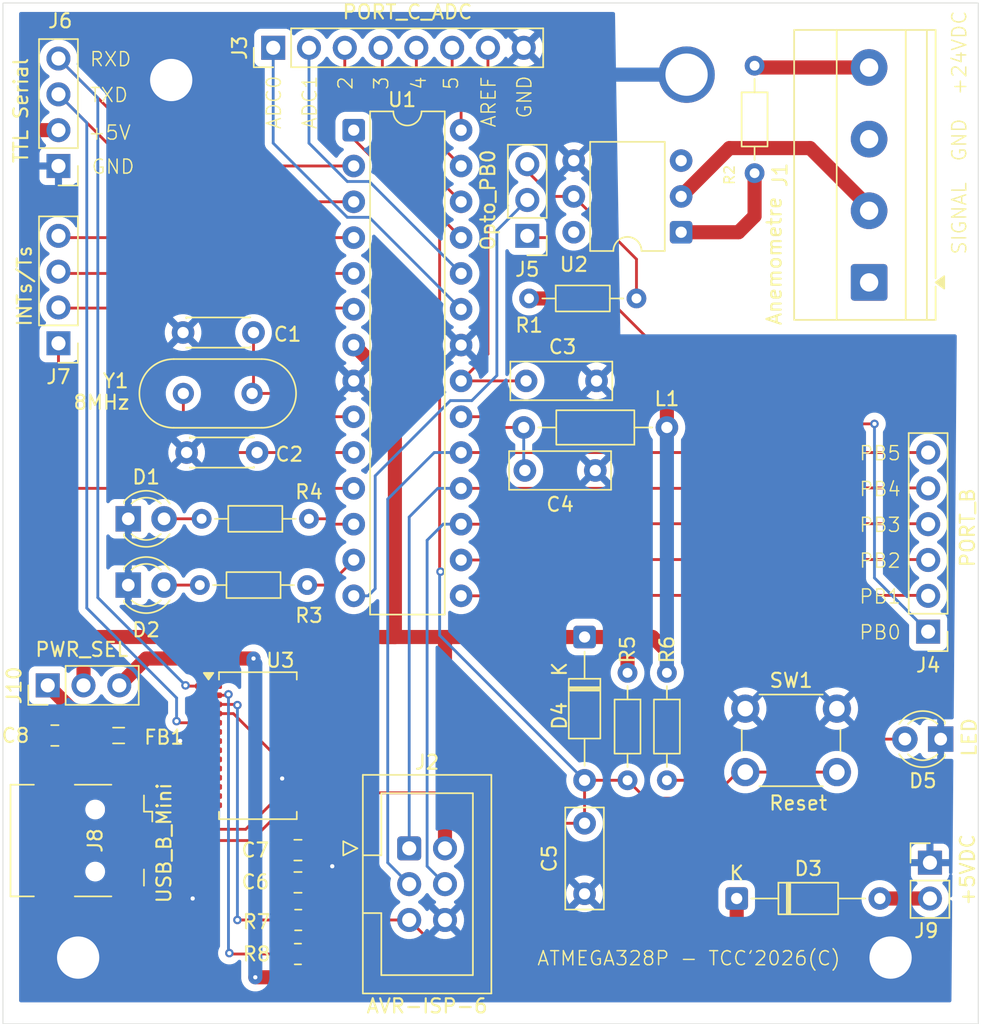
<source format=kicad_pcb>
(kicad_pcb (version 20241229) (generator "pcbnew") (generator_version "9.0")
  (layers (0 "F.Cu" signal) (2 "B.Cu" signal) (13 "F.Paste" user) (15 "B.Paste" user) (5 "F.SilkS" user "F.Silkscreen") (7 "B.SilkS" user "B.Silkscreen") (1 "F.Mask" user) (3 "B.Mask" user) (25 "Edge.Cuts" user))
  (net 0 "")
  (net 1 "GND")
  (net 2 "/AREF")
  (net 3 "Net-(U1-AVCC)")
  (net 4 "/RESET")
  (net 5 "Net-(D1-A)")
  (net 6 "Net-(D2-A)")
  (net 7 "+5V")
  (net 8 "GND1")
  (net 9 "Net-(J1-Pin_2)")
  (net 11 "+24V")
  (net 12 "/MISO")
  (net 13 "/MOSI")
  (net 14 "/SCK")
  (net 15 "/ADC1")
  (net 16 "/ADC2")
  (net 17 "/ADC0")
  (net 18 "/ADC4")
  (net 19 "/ADC5")
  (net 20 "/ADC3")
  (net 21 "Net-(J4-Pin_2)")
  (net 22 "Net-(J4-Pin_3)")
  (net 23 "Net-(J4-Pin_1)")
  (net 24 "Net-(J5-Pin_3)")
  (net 25 "Net-(J5-Pin_2)")
  (net 26 "/TXD")
  (net 27 "/RXD")
  (net 28 "Net-(R2-Pad2)")
  (net 29 "Net-(U1-PD7)")
  (net 30 "Net-(U1-PD6)")
  (net 31 "Net-(U1-XTAL1{slash}PB6)")
  (net 32 "/INT1")
  (net 33 "Net-(U1-XTAL2{slash}PB7)")
  (net 34 "/INT0")
  (net 35 "/T1")
  (net 36 "/T0")
  (net 39 "Net-(D3-A)")
  (net 40 "Net-(U3-3V3OUT)")
  (net 41 "/USBVCC")
  (net 42 "Net-(D3-K)")
  (net 43 "Net-(D5-A)")
  (net 44 "Net-(J8-VBUS)")
  (net 45 "/USBD-")
  (net 46 "/USBD+")
  (net 58 "Net-(U3-RTS)")
  (net 59 "Net-(U3-DTR)")
  (footprint "Resistor_THT:R_Axial_DIN0204_L3.6mm_D1.6mm_P7.62mm_Horizontal" (layer "F.Cu") (at 116.459 70.358 -90)
    (property "Reference" "R5")
    (property "Value" "1K")
  )
  (footprint "Capacitor_SMD:C_0805_2012Metric_Pad1.18x1.45mm_HandSolder" (layer "F.Cu") (at 75.819 74.803 180)
    (property "Reference" "C8")
    (property "Value" "100nF")
  )
  (footprint "Diode_THT:D_DO-35_SOD27_P10.16mm_Horizontal" (layer "F.Cu") (at 113.411 67.818 -90)
    (property "Reference" "D4")
    (property "Value" "P6KE6.8A")
  )
  (footprint "Connector_PinHeader_2.54mm:PinHeader_1x03_P2.54mm_Vertical" (layer "F.Cu") (at 75.311 71.247 90)
    (property "Reference" "J10")
    (property "Value" "PWR_SEL")
  )
  (footprint "Connector_PinHeader_2.54mm:PinHeader_1x08_P2.54mm_Vertical" (layer "F.Cu") (at 91.313 26.035 90)
    (property "Reference" "J3")
    (property "Value" "PORT_C_ADC")
  )
  (footprint "Connector_PinHeader_2.54mm:PinHeader_1x06_P2.54mm_Vertical" (layer "F.Cu") (at 137.795 67.437 180)
    (property "Reference" "J4")
    (property "Value" "PORT_B")
  )
  (footprint "Connector_PinHeader_2.54mm:PinHeader_1x03_P2.54mm_Vertical" (layer "F.Cu") (at 109.347 39.37 180)
    (property "Reference" "J5")
    (property "Value" "Opto_PB0")
  )
  (footprint "Capacitor_THT:C_Disc_D7.0mm_W2.5mm_P5.00mm" (layer "F.Cu") (at 113.411 86.026 90)
    (property "Reference" "C5")
    (property "Value" "100nF")
  )
  (footprint "Resistor_THT:R_Axial_DIN0204_L3.6mm_D1.6mm_P7.62mm_Horizontal" (layer "F.Cu") (at 93.853 59.436 180)
    (property "Reference" "R4")
    (property "Value" "1K")
  )
  (footprint "Package_SO:SSOP-28_5.3x10.2mm_P0.65mm" (layer "F.Cu") (at 90.226 75.524)
    (property "Reference" "U3")
    (property "Value" "FT232RL")
  )
  (footprint "Connector_USB:USB_Mini-B_Wuerth_65100516121_Horizontal" (layer "F.Cu") (at 78.68 82.251 -90)
    (property "Reference" "J8")
    (property "Value" "USB_B_Mini")
  )
  (footprint "Crystal:Crystal_HC49-U_Vertical" (layer "F.Cu") (at 89.816 50.546 180)
    (property "Reference" "Y1")
    (property "Value" "8MHz")
  )
  (footprint "TerminalBlock_Phoenix:TerminalBlock_Phoenix_MKDS-1,5-4-5.08_1x04_P5.08mm_Horizontal" (layer "F.Cu") (at 133.604 42.672 90)
    (property "Reference" "J1")
    (property "Value" "Anemometre")
  )
  (footprint "Capacitor_THT:C_Disc_D7.0mm_W2.5mm_P5.00mm" (layer "F.Cu") (at 109.173 56.007)
    (property "Reference" "C4")
    (property "Value" "100nF")
  )
  (footprint "Capacitor_THT:C_Disc_D4.3mm_W1.9mm_P5.00mm" (layer "F.Cu") (at 89.916 46.228 180)
    (property "Reference" "C1")
    (property "Value" "33pF")
  )
  (footprint "Resistor_THT:R_Axial_DIN0204_L3.6mm_D1.6mm_P7.62mm_Horizontal" (layer "F.Cu") (at 93.726 64.135 180)
    (property "Reference" "R3")
    (property "Value" "1K")
  )
  (footprint "LED_THT:LED_D3.0mm" (layer "F.Cu") (at 81.026 59.436)
    (property "Reference" "D1")
    (property "Value" "LED")
  )
  (footprint "Capacitor_SMD:C_0805_2012Metric_Pad1.18x1.45mm_HandSolder" (layer "F.Cu") (at 93.0695 82.931 180)
    (property "Reference" "C7")
    (property "Value" "100nF")
  )
  (footprint "Resistor_THT:R_Axial_DIN0204_L3.6mm_D1.6mm_P7.62mm_Horizontal" (layer "F.Cu") (at 109.474 43.81)
    (property "Reference" "R1")
    (property "Value" "10K")
  )
  (footprint "Resistor_THT:R_Axial_DIN0204_L3.6mm_D1.6mm_P7.62mm_Horizontal" (layer "F.Cu") (at 125.476 27.305 -90)
    (property "Reference" "R2" (hide yes))
    (property "Value" "4.7K")
  )
  (footprint "Capacitor_THT:C_Disc_D4.3mm_W1.9mm_P5.00mm" (layer "F.Cu") (at 90.17 54.737 180)
    (property "Reference" "C2")
    (property "Value" "33pF")
  )
  (footprint "LED_THT:LED_D3.0mm" (layer "F.Cu") (at 138.684 75.057 180)
    (property "Reference" "D5")
    (property "Value" "LED")
  )
  (footprint "Capacitor_THT:C_Disc_D7.0mm_W2.5mm_P5.00mm" (layer "F.Cu") (at 114.26 49.657 180)
    (property "Reference" "C3")
    (property "Value" "100nF")
  )
  (footprint "Connector_PinHeader_2.54mm:PinHeader_1x04_P2.54mm_Vertical" (layer "F.Cu") (at 76.073 46.99 180)
    (property "Reference" "J7")
    (property "Value" "INTs/Ts")
  )
  (footprint "Diode_THT:D_DO-35_SOD27_P10.16mm_Horizontal" (layer "F.Cu") (at 124.206 86.36)
    (property "Reference" "D3")
    (property "Value" "1N5819")
  )
  (footprint "Connector_IDC:IDC-Header_2x03_P2.54mm_Vertical" (layer "F.Cu") (at 100.965 82.804)
    (property "Reference" "J2")
    (property "Value" "AVR-ISP-6")
  )
  (footprint "Package_DIP:DIP-28_W7.62mm" (layer "F.Cu") (at 97.028 31.877)
    (property "Reference" "U1")
    (property "Value" "ATmega328P-P")
  )
  (footprint "Button_Switch_THT:SW_PUSH_6mm_H5mm" (layer "F.Cu") (at 124.818 72.898)
    (property "Reference" "SW1")
    (property "Value" "Reset")
  )
  (footprint "Resistor_SMD:R_0805_2012Metric_Pad1.20x1.40mm_HandSolder" (layer "F.Cu") (at 93.066 90.297)
    (property "Reference" "R8")
    (property "Value" "100_NM")
  )
  (footprint "LED_THT:LED_D3.0mm" (layer "F.Cu") (at 81.026 64.135)
    (property "Reference" "D2")
    (property "Value" "LED")
  )
  (footprint "Capacitor_SMD:C_0805_2012Metric_Pad1.18x1.45mm_HandSolder" (layer "F.Cu") (at 93.0695 85.217)
    (property "Reference" "C6")
    (property "Value" "100nF")
  )
  (footprint "Inductor_SMD:L_0805_2012Metric" (layer "F.Cu") (at 80.3445 74.803)
    (property "Reference" "FB1")
    (property "Value" "33 µH, 2.2 ohm")
  )
  (footprint "Resistor_SMD:R_0805_2012Metric_Pad1.20x1.40mm_HandSolder" (layer "F.Cu") (at 93.091 87.884)
    (property "Reference" "R7")
    (property "Value" "100_NM")
  )
  (footprint "Package_DIP:DIP-6_W7.62mm" (layer "F.Cu") (at 120.264 39.116 180)
    (property "Reference" "U2")
    (property "Value" "4N25")
  )
  (footprint "Inductor_THT:L_Axial_L5.3mm_D2.2mm_P10.16mm_Horizontal_Vishay_IM-1" (layer "F.Cu") (at 119.253 52.959 180)
    (property "Reference" "L1")
    (property "Value" "10uH")
  )
  (footprint "Connector_PinHeader_2.54mm:PinHeader_1x04_P2.54mm_Vertical" (layer "F.Cu") (at 76.073 34.417 180)
    (property "Reference" "J6")
    (property "Value" "TTL Serial")
  )
  (footprint "Resistor_THT:R_Axial_DIN0204_L3.6mm_D1.6mm_P7.62mm_Horizontal" (layer "F.Cu") (at 119.253 70.358 -90)
    (property "Reference" "R6")
    (property "Value" "1K")
  )
  (footprint "Connector_PinHeader_2.54mm:PinHeader_1x02_P2.54mm_Vertical" (layer "F.Cu") (at 137.922 83.82)
    (property "Reference" "J9")
    (property "Value" "+5VDC")
  )
  (gr_rect (start 72.136 22.86) (end 141.351 95.25) (stroke (width 0.05)) (fill no) (layer "Edge.Cuts"))
  (gr_text "PB4" (at 132.842 57.912 0) (layer "F.SilkS") (effects (font (size 1 1) (thickness 0.1)) (justify left bottom)))
  (gr_text "3" (at 99.568 29.083 90) (layer "F.SilkS") (effects (font (size 1 1) (thickness 0.1)) (justify left bottom)))
  (gr_text "GND\n" (at 78.359 35.052 0) (layer "F.SilkS") (effects (font (size 1 1) (thickness 0.1)) (justify left bottom)))
  (gr_text "PB3" (at 132.842 60.452 0) (layer "F.SilkS") (effects (font (size 1 1) (thickness 0.1)) (justify left bottom)))
  (gr_text "RXD" (at 78.232 27.432 0) (layer "F.SilkS") (effects (font (size 1 1) (thickness 0.1)) (justify left bottom)))
  (gr_text "PB2" (at 132.842 62.992 0) (layer "F.SilkS") (effects (font (size 1 1) (thickness 0.1)) (justify left bottom)))
  (gr_text "PB5" (at 132.842 55.372 0) (layer "F.SilkS") (effects (font (size 1 1) (thickness 0.1)) (justify left bottom)))
  (gr_text "TXD" (at 78.232 29.972 0) (layer "F.SilkS") (effects (font (size 1 1) (thickness 0.1)) (justify left bottom)))
  (gr_text "AREF" (at 107.188 31.75 90) (layer "F.SilkS") (effects (font (size 1 1) (thickness 0.1)) (justify left bottom)))
  (gr_text "PB0" (at 132.842 68.072 0) (layer "F.SilkS") (effects (font (size 1 1) (thickness 0.1)) (justify left bottom)))
  (gr_text "4" (at 102.235 29.083 90) (layer "F.SilkS") (effects (font (size 1 1) (thickness 0.1)) (justify left bottom)))
  (gr_text "SIGNAL\n" (at 140.589 40.767 90) (layer "F.SilkS") (effects (font (size 1 1) (thickness 0.1)) (justify left bottom)))
  (gr_text "ATMEGA328P - TCC'2026(C)\n" (at 109.982 91.186 0) (layer "F.SilkS") (effects (font (size 1 1) (thickness 0.1)) (justify left bottom)))
  (gr_text "GND" (at 140.589 34.163 90) (layer "F.SilkS") (effects (font (size 1 1) (thickness 0.1)) (justify left bottom)))
  (gr_text "ADC0" (at 91.948 31.877 90) (layer "F.SilkS") (effects (font (size 1 1) (thickness 0.1)) (justify left bottom)))
  (gr_text "ADC1\n" (at 94.488 31.877 90) (layer "F.SilkS") (effects (font (size 1 1) (thickness 0.1)) (justify left bottom)))
  (gr_text "PB1" (at 132.842 65.532 0) (layer "F.SilkS") (effects (font (size 1 1) (thickness 0.1)) (justify left bottom)))
  (gr_text "2" (at 97.028 29.083 90) (layer "F.SilkS") (effects (font (size 1 1) (thickness 0.1)) (justify left bottom)))
  (gr_text "+24VDC\n" (at 140.589 29.464 90) (layer "F.SilkS") (effects (font (size 1 1) (thickness 0.1)) (justify left bottom)))
  (gr_text "+5V\n" (at 78.105 32.639 0) (layer "F.SilkS") (effects (font (size 1 1) (thickness 0.1)) (justify left bottom)))
  (gr_text "GND" (at 109.728 31.115 90) (layer "F.SilkS") (effects (font (size 1 1) (thickness 0.1)) (justify left bottom)))
  (gr_text "5" (at 104.521 29.083 90) (layer "F.SilkS") (effects (font (size 1 1) (thickness 0.1)) (justify left bottom)))
  (segment (start 94.675999 77.799) (end 94.977 77.497999) (width 0.2) (layer "F.Cu") (net 1))
  (segment (start 74.803 74.8245) (end 74.803 76.874) (width 0.2) (layer "F.Cu") (net 1))
  (segment (start 74.803 76.874) (end 75.78 77.851) (width 0.2) (layer "F.Cu") (net 1))
  (segment (start 91.948 83.312) (end 91.6445 83.0085) (width 0.2) (layer "F.Cu") (net 1))
  (segment (start 75.78 77.851) (end 75.78 86.315) (width 1) (layer "F.Cu") (net 1))
  (segment (start 74.676 74.168) (end 75.339 74.168) (width 0.2) (layer "F.Cu") (net 1))
  (segment (start 94.977 77.343) (end 94.977 76.054) (width 0.2) (layer "F.Cu") (net 1))
  (segment (start 91.948 84.074) (end 91.948 83.312) (width 0.2) (layer "F.Cu") (net 1))
  (segment (start 82.528 77.851) (end 84.709 75.67) (width 0.2) (layer "F.Cu") (net 1))
  (segment (start 93.726 72.599) (end 93.726 73.249) (width 0.2) (layer "F.Cu") (net 1))
  (segment (start 93.726 77.799) (end 94.675999 77.799) (width 0.2) (layer "F.Cu") (net 1))
  (segment (start 94.772 75.849) (end 93.726 75.849) (width 0.2) (layer "F.Cu") (net 1))
  (segment (start 94.675999 73.249) (end 94.977 73.550001) (width 0.2) (layer "F.Cu") (net 1))
  (segment (start 86.726 75.199) (end 84.724 75.199) (width 0.2) (layer "F.Cu") (net 1))
  (segment (start 81.28 86.315) (end 82.864 86.315) (width 0.2) (layer "F.Cu") (net 1))
  (segment (start 75.78 86.315) (end 82.864 86.315) (width 1) (layer "F.Cu") (net 1))
  (segment (start 94.977 77.497999) (end 94.977 77.343) (width 0.2) (layer "F.Cu") (net 1))
  (segment (start 93.726 73.249) (end 94.675999 73.249) (width 0.2) (layer "F.Cu") (net 1))
  (segment (start 81.28 83.051) (end 81.28 86.315) (width 0.2) (layer "F.Cu") (net 1))
  (segment (start 94.977 76.054) (end 94.772 75.849) (width 0.2) (layer "F.Cu") (net 1))
  (segment (start 84.709 75.184) (end 84.724 75.199) (width 0.2) (layer "F.Cu") (net 1))
  (segment (start 91.948 84.074) (end 95.504 84.074) (width 0.2) (layer "F.Cu") (net 1))
  (segment (start 85.553 86.315) (end 85.598 86.36) (width 0.2) (layer "F.Cu") (net 1))
  (segment (start 74.7815 74.803) (end 74.803 74.8245) (width 0.2) (layer "F.Cu") (net 1))
  (segment (start 93.726 77.799) (end 92 77.799) (width 0.2) (layer "F.Cu") (net 1))
  (segment (start 81.28 77.851) (end 82.528 77.851) (width 0.2) (layer "F.Cu") (net 1))
  (segment (start 91.948 84.582) (end 91.948 84.074) (width 0.2) (layer "F.Cu") (net 1))
  (segment (start 84.709 75.67) (end 84.709 75.184) (width 0.2) (layer "F.Cu") (net 1))
  (segment (start 92 77.799) (end 91.948 77.851) (width 0.2) (layer "F.Cu") (net 1))
  (segment (start 85.598 86.36) (end 85.527 86.431) (width 0.2) (layer "F.Cu") (net 1))
  (segment (start 94.977 73.550001) (end 94.977 76.054) (width 0.2) (layer "F.Cu") (net 1))
  (segment (start 82.864 86.315) (end 85.553 86.315) (width 1) (layer "F.Cu") (net 1))
  (via (at 95.504 84.074) (size 0.6) (drill 0.3) (layers "F.Cu" "B.Cu") (net 1))
  (via (at 120.65 27.94) (size 4) (drill 3) (layers "F.Cu" "B.Cu") (padstack (mode front_inner_back) (layer "Inner" (size 4)) (layer "B.Cu" (size 4))) (net 1))
  (via (at 135.128 90.551) (size 4) (drill 3) (layers "F.Cu" "B.Cu") (padstack (mode front_inner_back) (layer "Inner" (size 4)) (layer "B.Cu" (size 4))) (net 1))
  (via (at 77.47 90.551) (size 4) (drill 3) (layers "F.Cu" "B.Cu") (padstack (mode front_inner_back) (layer "Inner" (size 4)) (layer "B.Cu" (size 4))) (net 1))
  (via (at 84.074 28.321) (size 4) (drill 3) (layers "F.Cu" "B.Cu") (padstack (mode front_inner_back) (layer "Inner" (size 4)) (layer "B.Cu" (size 4))) (net 1))
  (via (at 91.948 77.851) (size 0.6) (drill 0.3) (layers "F.Cu" "B.Cu") (net 1))
  (via (at 85.598 86.36) (size 0.6) (drill 0.3) (layers "F.Cu" "B.Cu") (net 1))
  (via (at 84.709 75.184) (size 0.6) (drill 0.3) (layers "F.Cu" "B.Cu") (net 1))
  (segment (start 120.65 27.94) (end 115.316 27.94) (width 1) (layer "B.Cu") (net 1))
  (segment (start 109.26 49.657) (end 104.648 49.657) (width 0.2) (layer "F.Cu") (net 2))
  (segment (start 106.553 47.752) (end 104.648 49.657) (width 0.2) (layer "F.Cu") (net 2))
  (segment (start 106.553 26.035) (end 106.553 47.752) (width 0.2) (layer "F.Cu") (net 2))
  (segment (start 106.934 52.959) (end 109.093 52.959) (width 0.2) (layer "F.Cu") (net 3))
  (segment (start 106.172 52.197) (end 106.934 52.959) (width 0.2) (layer "F.Cu") (net 3))
  (segment (start 104.648 52.197) (end 106.172 52.197) (width 0.2) (layer "F.Cu") (net 3))
  (segment (start 109.093 52.959) (end 109.093 55.927) (width 0.2) (layer "B.Cu") (net 3))
  (segment (start 109.093 55.927) (end 109.173 56.007) (width 0.2) (layer "B.Cu") (net 3))
  (segment (start 110.998 81.026) (end 109.601 82.423) (width 0.2) (layer "F.Cu") (net 4))
  (segment (start 97.028 32.512) (end 97.028 31.877) (width 0.2) (layer "F.Cu") (net 4))
  (segment (start 122.428 79.248) (end 124.278 77.398) (width 0.2) (layer "F.Cu") (net 4))
  (segment (start 103.124 38.608) (end 97.028 32.512) (width 0.2) (layer "F.Cu") (net 4))
  (segment (start 102.87 89.789) (end 100.965 87.884) (width 0.2) (layer "F.Cu") (net 4))
  (segment (start 117.729 79.248) (end 122.428 79.248) (width 0.2) (layer "F.Cu") (net 4))
  (segment (start 108.077 89.789) (end 102.87 89.789) (width 0.2) (layer "F.Cu") (net 4))
  (segment (start 116.459 77.978) (end 117.729 79.248) (width 0.2) (layer "F.Cu") (net 4))
  (segment (start 124.818 77.398) (end 131.318 77.398) (width 0.2) (layer "F.Cu") (net 4))
  (segment (start 94.091 87.884) (end 100.965 87.884) (width 0.2) (layer "F.Cu") (net 4))
  (segment (start 109.601 88.265) (end 108.077 89.789) (width 0.2) (layer "F.Cu") (net 4))
  (segment (start 109.601 82.423) (end 109.601 88.265) (width 0.2) (layer "F.Cu") (net 4))
  (segment (start 113.411 77.978) (end 116.459 77.978) (width 0.2) (layer "F.Cu") (net 4))
  (segment (start 113.411 81.026) (end 110.998 81.026) (width 0.2) (layer "F.Cu") (net 4))
  (segment (start 94.091 88.138) (end 94.091 90.272) (width 0.2) (layer "F.Cu") (net 4))
  (segment (start 113.411 81.026) (end 113.411 77.978) (width 0.2) (layer "F.Cu") (net 4))
  (segment (start 113.411 81.026) (end 113.284 80.899) (width 0.2) (layer "F.Cu") (net 4))
  (segment (start 113.466 78.033) (end 113.593 77.906) (width 0.2) (layer "F.Cu") (net 4))
  (segment (start 103.124 63.119) (end 103.124 38.608) (width 0.2) (layer "F.Cu") (net 4))
  (segment (start 103.1875 63.1825) (end 103.124 63.119) (width 0.2) (layer "F.Cu") (net 4))
  (via (at 103.1875 63.1825) (size 0.6) (drill 0.3) (layers "F.Cu" "B.Cu") (net 4))
  (segment (start 103.124 67.691) (end 113.411 77.978) (width 0.2) (layer "B.Cu") (net 4))
  (segment (start 103.124 63.246) (end 103.124 67.691) (width 0.2) (layer "B.Cu") (net 4))
  (segment (start 103.1875 63.1825) (end 103.124 63.246) (width 0.2) (layer "B.Cu") (net 4))
  (segment (start 83.566 59.436) (end 86.233 59.436) (width 0.2) (layer "F.Cu") (net 5))
  (segment (start 83.566 64.135) (end 86.106 64.135) (width 0.2) (layer "F.Cu") (net 6))
  (segment (start 99.06 67.818) (end 118.237 67.818) (width 1) (layer "F.Cu") (net 7))
  (segment (start 119.253 51.181) (end 111.882 43.81) (width 1) (layer "F.Cu") (net 7))
  (segment (start 76.327 67.818) (end 77.851 69.342) (width 1) (layer "F.Cu") (net 7))
  (segment (start 74.422 31.877) (end 75.692 31.877) (width 1) (layer "F.Cu") (net 7))
  (segment (start 97.028 47.117) (end 99.949 50.038) (width 1) (layer "F.Cu") (net 7))
  (segment (start 97.409 84.074) (end 97.409 80.01) (width 0.2) (layer "F.Cu") (net 7))
  (segment (start 74.041 65.532) (end 74.041 32.258) (width 1) (layer "F.Cu") (net 7))
  (segment (start 92.329 76.499) (end 92.202 76.499) (width 0.2) (layer "F.Cu") (net 7))
  (segment (start 98.552 78.867) (end 103.378 78.867) (width 0.2) (layer "F.Cu") (net 7))
  (segment (start 92.202 76.499) (end 92.202 67.945) (width 0.2) (layer "F.Cu") (net 7))
  (segment (start 116.586 70.358) (end 116.713 70.485) (width 0.2) (layer "F.Cu") (net 7))
  (segment (start 111.882 43.81) (end 109.474 43.81) (width 1) (layer "F.Cu") (net 7))
  (segment (start 119.253 68.834) (end 119.253 70.358) (width 1) (layer "F.Cu") (net 7))
  (segment (start 93.726 76.499) (end 93.726 77.149) (width 0.2) (layer "F.Cu") (net 7))
  (segment (start 96.266 85.217) (end 97.409 84.074) (width 0.2) (layer "F.Cu") (net 7))
  (segment (start 88.489 73.249) (end 86.726 73.249) (width 0.2) (layer "F.Cu") (net 7))
  (segment (start 109.474 43.81) (end 110.104 43.81) (width 0.2) (layer "F.Cu") (net 7))
  (segment (start 93.726 76.499) (end 92.329 76.499) (width 0.2) (layer "F.Cu") (net 7))
  (segment (start 119.253 52.959) (end 119.253 51.181) (width 1) (layer "F.Cu") (net 7))
  (segment (start 76.327 67.818) (end 92.329 67.818) (width 1) (layer "F.Cu") (net 7))
  (segment (start 103.505 67.818) (end 103.505 78.74) (width 1) (layer "F.Cu") (net 7))
  (segment (start 97.409 80.01) (end 98.552 78.867) (width 0.2) (layer "F.Cu") (net 7))
  (segment (start 74.168 65.659) (end 77.851 69.342) (width 1) (layer "F.Cu") (net 7))
  (segment (start 103.378 78.867) (end 103.505 78.74) (width 0.2) (layer "F.Cu") (net 7))
  (segment (start 74.041 32.258) (end 74.422 31.877) (width 1) (layer "F.Cu") (net 7))
  (segment (start 116.459 67.818) (end 116.459 70.358) (width 1) (layer "F.Cu") (net 7))
  (segment (start 103.505 78.74) (end 103.505 82.804) (width 1) (layer "F.Cu") (net 7))
  (segment (start 118.237 67.818) (end 119.253 68.834) (width 1) (layer "F.Cu") (net 7))
  (segment (start 91.739 76.499) (end 88.489 73.249) (width 0.2) (layer "F.Cu") (net 7))
  (segment (start 92.329 76.499) (end 91.739 76.499) (width 0.2) (layer "F.Cu") (net 7))
  (segment (start 77.851 69.342) (end 77.851 71.247) (width 1) (layer "F.Cu") (net 7))
  (segment (start 92.202 67.945) (end 92.329 67.818) (width 0.2) (layer "F.Cu") (net 7))
  (segment (start 94.107 85.217) (end 96.266 85.217) (width 0.2) (layer "F.Cu") (net 7))
  (segment (start 99.949 50.038) (end 99.949 67.818) (width 1) (layer "F.Cu") (net 7))
  (segment (start 92.329 67.818) (end 99.949 67.818) (width 1) (layer "F.Cu") (net 7))
  (segment (start 113.284 67.691) (end 113.411 67.818) (width 1) (layer "B.Cu") (net 7))
  (segment (start 119.253 70.358) (end 119.253 52.959) (width 1) (layer "B.Cu") (net 7))
  (segment (start 123.693 33.147) (end 129.413 33.147) (width 1) (layer "F.Cu") (net 9))
  (segment (start 129.413 33.147) (end 133.604 37.338) (width 1) (layer "F.Cu") (net 9))
  (segment (start 133.604 37.338) (end 133.604 37.592) (width 1) (layer "F.Cu") (net 9))
  (segment (start 120.264 36.576) (end 123.693 33.147) (width 1) (layer "F.Cu") (net 9))
  (segment (start 125.603 27.432) (end 125.476 27.305) (width 0.2) (layer "F.Cu") (net 11))
  (segment (start 133.604 27.432) (end 125.603 27.432) (width 1) (layer "F.Cu") (net 11))
  (segment (start 121.031 57.277) (end 121.06224 57.24576) (width 0.2) (layer "F.Cu") (net 12))
  (segment (start 137.76376 57.24576) (end 137.795 57.277) (width 0.2) (layer "F.Cu") (net 12))
  (segment (start 121.06224 57.24576) (end 137.76376 57.24576) (width 0.2) (layer "F.Cu") (net 12))
  (segment (start 105.155 56.77) (end 104.648 57.277) (width 0.2) (layer "F.Cu") (net 12))
  (segment (start 104.648 57.277) (end 121.031 57.277) (width 0.2) (layer "F.Cu") (net 12))
  (segment (start 102.997 57.277) (end 104.648 57.277) (width 0.2) (layer "B.Cu") (net 12))
  (segment (start 100.965 59.309) (end 102.997 57.277) (width 0.2) (layer "B.Cu") (net 12))
  (segment (start 100.965 82.804) (end 100.965 59.309) (width 0.2) (layer "B.Cu") (net 12))
  (segment (start 104.648 59.817) (end 115.824 59.817) (width 0.2) (layer "F.Cu") (net 13))
  (segment (start 115.824 59.817) (end 115.85524 59.78576) (width 0.2) (layer "F.Cu") (net 13))
  (segment (start 115.85524 59.78576) (end 137.76376 59.78576) (width 0.2) (layer "F.Cu") (net 13))
  (segment (start 137.76376 59.78576) (end 137.795 59.817) (width 0.2) (layer "F.Cu") (net 13))
  (segment (start 102.235 84.074) (end 103.505 85.344) (width 0.2) (layer "B.Cu") (net 13))
  (segment (start 104.648 59.817) (end 103.378 59.817) (width 0.2) (layer "B.Cu") (net 13))
  (segment (start 102.235 60.96) (end 102.235 84.074) (width 0.2) (layer "B.Cu") (net 13))
  (segment (start 103.378 59.817) (end 102.235 60.96) (width 0.2) (layer "B.Cu") (net 13))
  (segment (start 100.965 85.979) (end 100.838 85.852) (width 0.2) (layer "F.Cu") (net 14))
  (segment (start 104.648 54.737) (end 137.795 54.737) (width 0.2) (layer "F.Cu") (net 14))
  (segment (start 100.965 85.344) (end 99.441 83.82) (width 0.2) (layer "B.Cu") (net 14))
  (segment (start 99.441 58.039) (end 102.743 54.737) (width 0.2) (layer "B.Cu") (net 14))
  (segment (start 102.743 54.737) (end 104.648 54.737) (width 0.2) (layer "B.Cu") (net 14))
  (segment (start 99.441 83.82) (end 99.441 58.039) (width 0.2) (layer "B.Cu") (net 14))
  (segment (start 93.853 32.79905) (end 93.853 26.035) (width 0.2) (layer "B.Cu") (net 15))
  (segment (start 96.57195 35.518) (end 93.853 32.79905) (width 0.2) (layer "B.Cu") (net 15))
  (segment (start 98.129 35.518) (end 96.57195 35.518) (width 0.2) (layer "B.Cu") (net 15))
  (segment (start 104.648 42.037) (end 98.129 35.518) (width 0.2) (layer "B.Cu") (net 15))
  (segment (start 96.393 28.702) (end 96.393 26.035) (width 0.2) (layer "F.Cu") (net 16))
  (segment (start 104.648 39.497) (end 98.532 33.381) (width 0.2) (layer "F.Cu") (net 16))
  (segment (start 98.532 33.381) (end 98.532 30.841) (width 0.2) (layer "F.Cu") (net 16))
  (segment (start 98.532 30.841) (end 96.393 28.702) (width 0.2) (layer "F.Cu") (net 16))
  (segment (start 95.758 26.162) (end 95.631 26.035) (width 0.2) (layer "B.Cu") (net 16))
  (segment (start 91.313 32.79905) (end 91.313 26.035) (width 0.2) (layer "B.Cu") (net 17))
  (segment (start 98.129 38.058) (end 96.57195 38.058) (width 0.2) (layer "B.Cu") (net 17))
  (segment (start 96.57195 38.058) (end 91.313 32.79905) (width 0.2) (layer "B.Cu") (net 17))
  (segment (start 104.648 44.577) (end 98.129 38.058) (width 0.2) (layer "B.Cu") (net 17))
  (segment (start 104.648 34.417) (end 101.473 31.242) (width 0.2) (layer "F.Cu") (net 18))
  (segment (start 101.473 31.242) (end 101.473 26.035) (width 0.2) (layer "F.Cu") (net 18))
  (segment (start 104.648 29.21) (end 104.648 31.877) (width 0.2) (layer "F.Cu") (net 19))
  (segment (start 104.013 28.575) (end 104.648 29.21) (width 0.2) (layer "F.Cu") (net 19))
  (segment (start 104.013 26.035) (end 104.013 28.575) (width 0.2) (layer "F.Cu") (net 19))
  (segment (start 99.06 28.702) (end 99.06 26.162) (width 0.2) (layer "F.Cu") (net 20))
  (segment (start 99.06 26.162) (end 98.933 26.035) (width 0.2) (layer "F.Cu") (net 20))
  (segment (start 99.822 29.464) (end 99.06 28.702) (width 0.2) (layer "F.Cu") (net 20))
  (segment (start 104.648 36.957) (end 99.822 32.131) (width 0.2) (layer "F.Cu") (net 20))
  (segment (start 99.822 32.131) (end 99.822 29.464) (width 0.2) (layer "F.Cu") (net 20))
  (segment (start 104.648 36.957) (end 104.648 36.83) (width 0.2) (layer "B.Cu") (net 20))
  (segment (start 112.903 64.897) (end 112.93424 64.86576) (width 0.2) (layer "F.Cu") (net 21))
  (segment (start 104.648 64.897) (end 112.903 64.897) (width 0.2) (layer "F.Cu") (net 21))
  (segment (start 112.93424 64.86576) (end 137.76376 64.86576) (width 0.2) (layer "F.Cu") (net 21))
  (segment (start 137.76376 64.86576) (end 137.795 64.897) (width 0.2) (layer "F.Cu") (net 21))
  (segment (start 137.76376 62.32576) (end 137.795 62.357) (width 0.2) (layer "F.Cu") (net 22))
  (segment (start 104.648 62.357) (end 112.903 62.357) (width 0.2) (layer "F.Cu") (net 22))
  (segment (start 112.93424 62.32576) (end 137.76376 62.32576) (width 0.2) (layer "F.Cu") (net 22))
  (segment (start 112.903 62.357) (end 112.93424 62.32576) (width 0.2) (layer "F.Cu") (net 22))
  (segment (start 110.744 39.497) (end 109.347 39.497) (width 0.2) (layer "F.Cu") (net 23))
  (segment (start 133.985 52.705) (end 123.952 52.705) (width 0.2) (layer "F.Cu") (net 23))
  (segment (start 123.952 52.705) (end 110.744 39.497) (width 0.2) (layer "F.Cu") (net 23))
  (via (at 133.985 52.705) (size 0.6) (drill 0.3) (layers "F.Cu" "B.Cu") (net 23))
  (segment (start 133.985 52.705) (end 133.985 63.627) (width 0.2) (layer "B.Cu") (net 23))
  (segment (start 133.985 63.627) (end 137.795 67.437) (width 0.2) (layer "B.Cu") (net 23))
  (segment (start 117.094 41.026) (end 112.644 36.576) (width 0.2) (layer "F.Cu") (net 24))
  (segment (start 109.347 34.29) (end 109.347 34.798) (width 0.2) (layer "F.Cu") (net 24))
  (segment (start 111.125 36.576) (end 112.644 36.576) (width 0.2) (layer "F.Cu") (net 24))
  (segment (start 117.094 43.81) (end 117.094 41.026) (width 0.2) (layer "F.Cu") (net 24))
  (segment (start 109.347 34.798) (end 111.125 36.576) (width 0.2) (layer "F.Cu") (net 24))
  (segment (start 97.028 64.77) (end 97.028 64.897) (width 0.2) (layer "F.Cu") (net 25))
  (segment (start 98.552 56.388) (end 103.886 51.054) (width 0.2) (layer "B.Cu") (net 25))
  (segment (start 98.552 64.389) (end 98.552 56.388) (width 0.2) (layer "B.Cu") (net 25))
  (segment (start 97.028 64.897) (end 98.044 64.897) (width 0.2) (layer "B.Cu") (net 25))
  (segment (start 107.188 38.989) (end 109.347 36.83) (width 0.2) (layer "B.Cu") (net 25))
  (segment (start 103.886 51.054) (end 105.41 51.054) (width 0.2) (layer "B.Cu") (net 25))
  (segment (start 107.188 49.276) (end 107.188 38.989) (width 0.2) (layer "B.Cu") (net 25))
  (segment (start 105.41 51.054) (end 107.188 49.276) (width 0.2) (layer "B.Cu") (net 25))
  (segment (start 98.044 64.897) (end 98.552 64.389) (width 0.2) (layer "B.Cu") (net 25))
  (segment (start 75.692 29.337) (end 76.073 29.337) (width 0.2) (layer "F.Cu") (net 26))
  (segment (start 83.693 36.957) (end 97.028 36.957) (width 0.2) (layer "F.Cu") (net 26))
  (segment (start 76.073 29.337) (end 83.693 36.957) (width 0.2) (layer "F.Cu") (net 26))
  (segment (start 86.726 73.899) (end 84.567 73.899) (width 0.2) (layer "F.Cu") (net 26))
  (segment (start 84.567 73.899) (end 84.455 73.787) (width 0.2) (layer "F.Cu") (net 26))
  (via (at 84.455 73.787) (size 0.6) (drill 0.3) (layers "F.Cu" "B.Cu") (net 26))
  (segment (start 84.455 73.787) (end 84.455 72.136) (width 0.2) (layer "B.Cu") (net 26))
  (segment (start 78.085 65.766) (end 78.085 31.349) (width 0.2) (layer "B.Cu") (net 26))
  (segment (start 78.085 31.349) (end 76.073 29.337) (width 0.2) (layer "B.Cu") (net 26))
  (segment (start 84.455 72.136) (end 78.085 65.766) (width 0.2) (layer "B.Cu") (net 26))
  (segment (start 76.073 26.797) (end 75.692 26.797) (width 0.2) (layer "F.Cu") (net 27))
  (segment (start 85.09 71.247) (end 85.142 71.299) (width 0.2) (layer "F.Cu") (net 27))
  (segment (start 86.726 71.299) (end 85.142 71.299) (width 0.2) (layer "F.Cu") (net 27))
  (segment (start 97.028 34.417) (end 83.693 34.417) (width 0.2) (layer "F.Cu") (net 27))
  (segment (start 83.693 34.417) (end 76.073 26.797) (width 0.2) (layer "F.Cu") (net 27))
  (via (at 85.09 71.247) (size 0.6) (drill 0.3) (layers "F.Cu" "B.Cu") (net 27))
  (segment (start 78.867 29.591) (end 76.073 26.797) (width 0.2) (layer "B.Cu") (net 27))
  (segment (start 85.09 71.247) (end 78.867 65.024) (width 0.2) (layer "B.Cu") (net 27))
  (segment (start 78.867 65.024) (end 78.867 29.591) (width 0.2) (layer "B.Cu") (net 27))
  (segment (start 125.476 37.973) (end 124.333 39.116) (width 1) (layer "F.Cu") (net 28))
  (segment (start 124.333 39.116) (end 120.264 39.116) (width 1) (layer "F.Cu") (net 28))
  (segment (start 125.476 34.925) (end 125.476 37.973) (width 1) (layer "F.Cu") (net 28))
  (segment (start 93.726 64.135) (end 95.25 64.135) (width 0.2) (layer "F.Cu") (net 29))
  (segment (start 95.25 64.135) (end 97.028 62.357) (width 0.2) (layer "F.Cu") (net 29))
  (segment (start 95.123 59.436) (end 93.853 59.436) (width 0.2) (layer "F.Cu") (net 30))
  (segment (start 95.504 59.817) (end 95.123 59.436) (width 0.2) (layer "F.Cu") (net 30))
  (segment (start 97.028 59.817) (end 95.504 59.817) (width 0.2) (layer "F.Cu") (net 30))
  (segment (start 89.816 50.546) (end 91.948 50.546) (width 0.2) (layer "F.Cu") (net 31))
  (segment (start 91.948 50.546) (end 93.599 52.197) (width 0.2) (layer "F.Cu") (net 31))
  (segment (start 89.916 50.446) (end 89.816 50.546) (width 0.2) (layer "F.Cu") (net 31))
  (segment (start 89.916 46.228) (end 89.916 50.446) (width 0.2) (layer "F.Cu") (net 31))
  (segment (start 93.599 52.197) (end 97.028 52.197) (width 0.2) (layer "F.Cu") (net 31))
  (segment (start 89.816 45.82) (end 90.043 45.593) (width 0.2) (layer "B.Cu") (net 31))
  (segment (start 76.073 41.91) (end 76.2 42.037) (width 0.2) (layer "F.Cu") (net 32))
  (segment (start 76.2 42.037) (end 97.028 42.037) (width 0.2) (layer "F.Cu") (net 32))
  (segment (start 87.583 54.737) (end 97.028 54.737) (width 0.2) (layer "F.Cu") (net 33))
  (segment (start 84.936 52.09) (end 87.583 54.737) (width 0.2) (layer "F.Cu") (net 33))
  (segment (start 84.936 50.546) (end 84.936 52.09) (width 0.2) (layer "F.Cu") (net 33))
  (segment (start 85.043 50.653) (end 84.936 50.546) (width 0.2) (layer "B.Cu") (net 33))
  (segment (start 97.028 39.497) (end 76.2 39.497) (width 0.2) (layer "F.Cu") (net 34))
  (segment (start 76.2 39.497) (end 76.073 39.37) (width 0.2) (layer "F.Cu") (net 34))
  (segment (start 77.089 57.277) (end 76.073 56.261) (width 0.2) (layer "F.Cu") (net 35))
  (segment (start 76.073 56.261) (end 76.073 46.228) (width 0.2) (layer "F.Cu") (net 35))
  (segment (start 97.028 57.277) (end 77.089 57.277) (width 0.2) (layer "F.Cu") (net 35))
  (segment (start 76.877 44.492) (end 96.943 44.492) (width 0.2) (layer "F.Cu") (net 36))
  (segment (start 96.943 44.492) (end 97.028 44.577) (width 0.2) (layer "F.Cu") (net 36))
  (segment (start 137.922 86.36) (end 134.366 86.36) (width 1) (layer "F.Cu") (net 39))
  (segment (start 94.996 78.84913) (end 94.996 79.99887) (width 0.2) (layer "F.Cu") (net 40))
  (segment (start 93.726 78.449) (end 94.59587 78.449) (width 0.2) (layer "F.Cu") (net 40))
  (segment (start 94.59587 78.449) (end 94.996 78.84913) (width 0.2) (layer "F.Cu") (net 40))
  (segment (start 94.107 80.88787) (end 94.107 82.931) (width 0.2) (layer "F.Cu") (net 40))
  (segment (start 94.996 79.99887) (end 94.107 80.88787) (width 0.2) (layer "F.Cu") (net 40))
  (segment (start 76.8565 72.7925) (end 75.311 71.247) (width 1) (layer "F.Cu") (net 41))
  (segment (start 76.8565 74.803) (end 79.282 74.803) (width 1) (layer "F.Cu") (net 41))
  (segment (start 76.8565 72.7925) (end 76.8565 74.803) (width 1) (layer "F.Cu") (net 41))
  (segment (start 75.311 71.247) (end 74.676 71.882) (width 0.2) (layer "F.Cu") (net 41))
  (segment (start 120.904 91.948) (end 124.206 88.646) (width 1) (layer "F.Cu") (net 42))
  (segment (start 124.206 88.646) (end 124.206 86.36) (width 1) (layer "F.Cu") (net 42))
  (segment (start 89.916 69.342) (end 82.296 69.342) (width 1) (layer "F.Cu") (net 42))
  (segment (start 82.296 69.342) (end 80.391 71.247) (width 1) (layer "F.Cu") (net 42))
  (segment (start 90.043 91.948) (end 120.904 91.948) (width 1) (layer "F.Cu") (net 42))
  (via (at 89.916 69.342) (size 0.6) (drill 0.3) (layers "F.Cu" "B.Cu") (net 42))
  (via (at 90.043 91.948) (size 0.6) (drill 0.3) (layers "F.Cu" "B.Cu") (net 42))
  (segment (start 90.043 69.723) (end 89.916 69.596) (width 1) (layer "B.Cu") (net 42))
  (segment (start 90.043 91.948) (end 90.043 69.723) (width 1) (layer "B.Cu") (net 42))
  (segment (start 89.916 69.596) (end 89.916 69.342) (width 1) (layer "B.Cu") (net 42))
  (segment (start 124.333 75.057) (end 136.144 75.057) (width 0.2) (layer "F.Cu") (net 43))
  (segment (start 119.253 77.978) (end 121.412 77.978) (width 0.2) (layer "F.Cu") (net 43))
  (segment (start 121.412 77.978) (end 124.333 75.057) (width 0.2) (layer "F.Cu") (net 43))
  (segment (start 79.481 76.348) (end 79.481 80.243) (width 0.2) (layer "F.Cu") (net 44))
  (segment (start 79.889 80.651) (end 81.28 80.651) (width 0.2) (layer "F.Cu") (net 44))
  (segment (start 79.481 80.243) (end 79.889 80.651) (width 0.2) (layer "F.Cu") (net 44))
  (segment (start 81.153 74.676) (end 79.481 76.348) (width 0.2) (layer "F.Cu") (net 44))
  (segment (start 91.716 79.099) (end 93.726 79.099) (width 0.2) (layer "F.Cu") (net 45))
  (segment (start 81.28 81.451) (end 89.364 81.451) (width 0.2) (layer "F.Cu") (net 45))
  (segment (start 89.364 81.451) (end 91.716 79.099) (width 0.2) (layer "F.Cu") (net 45))
  (segment (start 92.2725 79.749) (end 93.726 79.749) (width 0.2) (layer "F.Cu") (net 46))
  (segment (start 81.28 82.251) (end 89.7705 82.251) (width 0.2) (layer "F.Cu") (net 46))
  (segment (start 89.7705 82.251) (end 92.2725 79.749) (width 0.2) (layer "F.Cu") (net 46))
  (segment (start 88.728 72.599) (end 88.773 72.644) (width 0.2) (layer "F.Cu") (net 58))
  (segment (start 88.773 87.884) (end 92.091 87.884) (width 0.2) (layer "F.Cu") (net 58))
  (segment (start 86.726 72.599) (end 88.728 72.599) (width 0.2) (layer "F.Cu") (net 58))
  (via (at 88.773 87.884) (size 0.6) (drill 0.3) (layers "F.Cu" "B.Cu") (net 58))
  (via (at 88.773 72.644) (size 0.6) (drill 0.3) (layers "F.Cu" "B.Cu") (net 58))
  (segment (start 88.773 72.644) (end 88.773 87.884) (width 0.2) (layer "B.Cu") (net 58))
  (segment (start 86.726 71.949) (end 88.071 71.949) (width 0.2) (layer "F.Cu") (net 59))
  (segment (start 88.2015 90.2335) (end 88.265 90.297) (width 0.2) (layer "F.Cu") (net 59))
  (segment (start 88.265 90.297) (end 92.066 90.297) (width 0.2) (layer "F.Cu") (net 59))
  (segment (start 88.071 71.949) (end 88.138 71.882) (width 0.2) (layer "F.Cu") (net 59))
  (segment (start 88.138 90.17) (end 88.2015 90.2335) (width 0.2) (layer "F.Cu") (net 59))
  (via (at 88.138 71.882) (size 0.6) (drill 0.3) (layers "F.Cu" "B.Cu") (net 59))
  (via (at 88.2015 90.2335) (size 0.6) (drill 0.3) (layers "F.Cu" "B.Cu") (net 59))
  (segment (start 88.138 71.882) (end 88.138 90.17) (width 0.2) (layer "B.Cu") (net 59))
  (zone (net 1) (net_name "GND") (layer "B.Cu") (connect_pads (clearance 0.5)) (min_thickness 0.25) (fill yes (thermal_gap 0.5) (thermal_bridge_width 0.5))
    (polygon (pts (xy 73.279 23.495) (xy 115.57 23.495) (xy 115.951 46.355) (xy 139.827 46.355) (xy 139.446 93.726) (xy 73.279 93.726)))
  )
)
</source>
